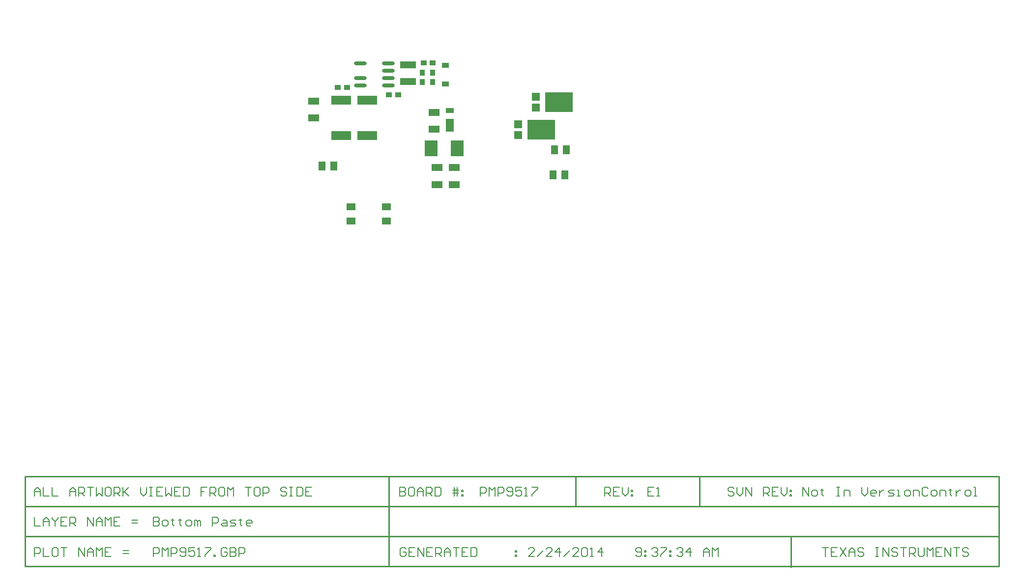
<source format=gbp>
%FSAX25Y25*%
%MOIN*%
G70*
G01*
G75*
G04 Layer_Color=128*
%ADD10R,0.06300X0.05000*%
%ADD11C,0.01969*%
%ADD12C,0.03937*%
%ADD13C,0.00800*%
%ADD14C,0.01000*%
%ADD15C,0.31496*%
%ADD16C,0.05512*%
%ADD17R,0.05512X0.05512*%
%ADD18R,0.05118X0.05118*%
%ADD19C,0.05118*%
%ADD20C,0.11811*%
%ADD21C,0.06000*%
%ADD22C,0.06299*%
%ADD23R,0.06299X0.06299*%
%ADD24C,0.05906*%
%ADD25R,0.05118X0.05118*%
%ADD26C,0.05315*%
%ADD27C,0.07874*%
%ADD28C,0.08700*%
%ADD29C,0.03937*%
%ADD30R,0.05000X0.06300*%
%ADD31R,0.05512X0.05472*%
%ADD32R,0.19134X0.13228*%
%ADD33R,0.07284X0.05118*%
%ADD34R,0.03740X0.03937*%
%ADD35R,0.03937X0.03740*%
%ADD36R,0.13780X0.05906*%
%ADD37R,0.05512X0.03543*%
%ADD38R,0.05512X0.08661*%
%ADD39R,0.10630X0.05118*%
%ADD40R,0.05984X0.04724*%
%ADD41R,0.08500X0.10799*%
%ADD42R,0.04803X0.03602*%
%ADD43O,0.08661X0.02362*%
%ADD44C,0.03150*%
%ADD45C,0.00700*%
%ADD46C,0.00787*%
%ADD47C,0.00500*%
%ADD48C,0.00799*%
%ADD49C,0.01400*%
%ADD50C,0.00984*%
%ADD51C,0.00591*%
%ADD52R,0.06900X0.05600*%
%ADD53C,0.32096*%
%ADD54C,0.00600*%
%ADD55C,0.06112*%
%ADD56R,0.06112X0.06112*%
%ADD57R,0.05718X0.05718*%
%ADD58C,0.05718*%
%ADD59C,0.12411*%
%ADD60C,0.06600*%
%ADD61C,0.06899*%
%ADD62R,0.06899X0.06899*%
%ADD63C,0.06506*%
%ADD64R,0.05718X0.05718*%
%ADD65C,0.05915*%
%ADD66C,0.08268*%
%ADD67C,0.00394*%
%ADD68C,0.09300*%
%ADD69R,0.05600X0.06900*%
%ADD70R,0.06112X0.06072*%
%ADD71R,0.19734X0.13828*%
%ADD72R,0.07883X0.05718*%
%ADD73R,0.04340X0.04537*%
%ADD74R,0.04537X0.04340*%
%ADD75C,0.07874*%
%ADD76R,0.14379X0.06506*%
%ADD77R,0.06112X0.04143*%
%ADD78R,0.06112X0.09261*%
%ADD79R,0.11230X0.05718*%
%ADD80R,0.06584X0.05324*%
%ADD81R,0.09100X0.11399*%
%ADD82R,0.05403X0.04202*%
%ADD83O,0.09261X0.02962*%
%ADD84C,0.00000*%
G54D13*
X0126900Y0073549D02*
Y0067551D01*
X0129899D01*
X0130899Y0068550D01*
Y0069550D01*
X0129899Y0070550D01*
X0126900D01*
X0129899D01*
X0130899Y0071549D01*
Y0072549D01*
X0129899Y0073549D01*
X0126900D01*
X0133898Y0067551D02*
X0135897D01*
X0136897Y0068550D01*
Y0070550D01*
X0135897Y0071549D01*
X0133898D01*
X0132898Y0070550D01*
Y0068550D01*
X0133898Y0067551D01*
X0139896Y0072549D02*
Y0071549D01*
X0138896D01*
X0140895D01*
X0139896D01*
Y0068550D01*
X0140895Y0067551D01*
X0144894Y0072549D02*
Y0071549D01*
X0143895D01*
X0145894D01*
X0144894D01*
Y0068550D01*
X0145894Y0067551D01*
X0149893D02*
X0151892D01*
X0152892Y0068550D01*
Y0070550D01*
X0151892Y0071549D01*
X0149893D01*
X0148893Y0070550D01*
Y0068550D01*
X0149893Y0067551D01*
X0154891D02*
Y0071549D01*
X0155891D01*
X0156890Y0070550D01*
Y0067551D01*
Y0070550D01*
X0157890Y0071549D01*
X0158890Y0070550D01*
Y0067551D01*
X0166887D02*
Y0073549D01*
X0169886D01*
X0170886Y0072549D01*
Y0070550D01*
X0169886Y0069550D01*
X0166887D01*
X0173885Y0071549D02*
X0175884D01*
X0176884Y0070550D01*
Y0067551D01*
X0173885D01*
X0172885Y0068550D01*
X0173885Y0069550D01*
X0176884D01*
X0178883Y0067551D02*
X0181882D01*
X0182882Y0068550D01*
X0181882Y0069550D01*
X0179883D01*
X0178883Y0070550D01*
X0179883Y0071549D01*
X0182882D01*
X0185881Y0072549D02*
Y0071549D01*
X0184881D01*
X0186881D01*
X0185881D01*
Y0068550D01*
X0186881Y0067551D01*
X0192879D02*
X0190879D01*
X0189880Y0068550D01*
Y0070550D01*
X0190879Y0071549D01*
X0192879D01*
X0193878Y0070550D01*
Y0069550D01*
X0189880D01*
X0567400Y0087833D02*
Y0093831D01*
X0571399Y0087833D01*
Y0093831D01*
X0574398Y0087833D02*
X0576397D01*
X0577397Y0088833D01*
Y0090832D01*
X0576397Y0091832D01*
X0574398D01*
X0573398Y0090832D01*
Y0088833D01*
X0574398Y0087833D01*
X0580396Y0092832D02*
Y0091832D01*
X0579396D01*
X0581395D01*
X0580396D01*
Y0088833D01*
X0581395Y0087833D01*
X0590393Y0093831D02*
X0592392D01*
X0591392D01*
Y0087833D01*
X0590393D01*
X0592392D01*
X0595391D02*
Y0091832D01*
X0598390D01*
X0599390Y0090832D01*
Y0087833D01*
X0607387Y0093831D02*
Y0089833D01*
X0609386Y0087833D01*
X0611386Y0089833D01*
Y0093831D01*
X0616384Y0087833D02*
X0614385D01*
X0613385Y0088833D01*
Y0090832D01*
X0614385Y0091832D01*
X0616384D01*
X0617384Y0090832D01*
Y0089833D01*
X0613385D01*
X0619383Y0091832D02*
Y0087833D01*
Y0089833D01*
X0620383Y0090832D01*
X0621383Y0091832D01*
X0622382D01*
X0625381Y0087833D02*
X0628380D01*
X0629380Y0088833D01*
X0628380Y0089833D01*
X0626381D01*
X0625381Y0090832D01*
X0626381Y0091832D01*
X0629380D01*
X0631379Y0087833D02*
X0633379D01*
X0632379D01*
Y0091832D01*
X0631379D01*
X0637377Y0087833D02*
X0639377D01*
X0640376Y0088833D01*
Y0090832D01*
X0639377Y0091832D01*
X0637377D01*
X0636378Y0090832D01*
Y0088833D01*
X0637377Y0087833D01*
X0642376D02*
Y0091832D01*
X0645375D01*
X0646374Y0090832D01*
Y0087833D01*
X0652373Y0092832D02*
X0651373Y0093831D01*
X0649373D01*
X0648374Y0092832D01*
Y0088833D01*
X0649373Y0087833D01*
X0651373D01*
X0652373Y0088833D01*
X0655372Y0087833D02*
X0657371D01*
X0658371Y0088833D01*
Y0090832D01*
X0657371Y0091832D01*
X0655372D01*
X0654372Y0090832D01*
Y0088833D01*
X0655372Y0087833D01*
X0660370D02*
Y0091832D01*
X0663369D01*
X0664369Y0090832D01*
Y0087833D01*
X0667368Y0092832D02*
Y0091832D01*
X0666368D01*
X0668367D01*
X0667368D01*
Y0088833D01*
X0668367Y0087833D01*
X0671366Y0091832D02*
Y0087833D01*
Y0089833D01*
X0672366Y0090832D01*
X0673366Y0091832D01*
X0674365D01*
X0678364Y0087833D02*
X0680364D01*
X0681363Y0088833D01*
Y0090832D01*
X0680364Y0091832D01*
X0678364D01*
X0677364Y0090832D01*
Y0088833D01*
X0678364Y0087833D01*
X0683362D02*
X0685362D01*
X0684362D01*
Y0093831D01*
X0683362D01*
X0520799Y0092832D02*
X0519799Y0093831D01*
X0517800D01*
X0516800Y0092832D01*
Y0091832D01*
X0517800Y0090832D01*
X0519799D01*
X0520799Y0089833D01*
Y0088833D01*
X0519799Y0087833D01*
X0517800D01*
X0516800Y0088833D01*
X0522798Y0093831D02*
Y0089833D01*
X0524797Y0087833D01*
X0526797Y0089833D01*
Y0093831D01*
X0528796Y0087833D02*
Y0093831D01*
X0532795Y0087833D01*
Y0093831D01*
X0540792Y0087833D02*
Y0093831D01*
X0543791D01*
X0544791Y0092832D01*
Y0090832D01*
X0543791Y0089833D01*
X0540792D01*
X0542792D02*
X0544791Y0087833D01*
X0550789Y0093831D02*
X0546790D01*
Y0087833D01*
X0550789D01*
X0546790Y0090832D02*
X0548790D01*
X0552788Y0093831D02*
Y0089833D01*
X0554788Y0087833D01*
X0556787Y0089833D01*
Y0093831D01*
X0558786Y0091832D02*
X0559786D01*
Y0090832D01*
X0558786D01*
Y0091832D01*
Y0088833D02*
X0559786D01*
Y0087833D01*
X0558786D01*
Y0088833D01*
X0433000Y0087833D02*
Y0093831D01*
X0435999D01*
X0436999Y0092832D01*
Y0090832D01*
X0435999Y0089833D01*
X0433000D01*
X0434999D02*
X0436999Y0087833D01*
X0442997Y0093831D02*
X0438998D01*
Y0087833D01*
X0442997D01*
X0438998Y0090832D02*
X0440997D01*
X0444996Y0093831D02*
Y0089833D01*
X0446995Y0087833D01*
X0448995Y0089833D01*
Y0093831D01*
X0450994Y0091832D02*
X0451994D01*
Y0090832D01*
X0450994D01*
Y0091832D01*
Y0088833D02*
X0451994D01*
Y0087833D01*
X0450994D01*
Y0088833D01*
X0126900Y0046966D02*
Y0052965D01*
X0129899D01*
X0130899Y0051965D01*
Y0049966D01*
X0129899Y0048966D01*
X0126900D01*
X0132898Y0046966D02*
Y0052965D01*
X0134897Y0050965D01*
X0136897Y0052965D01*
Y0046966D01*
X0138896D02*
Y0052965D01*
X0141895D01*
X0142895Y0051965D01*
Y0049966D01*
X0141895Y0048966D01*
X0138896D01*
X0144894Y0047966D02*
X0145894Y0046966D01*
X0147893D01*
X0148893Y0047966D01*
Y0051965D01*
X0147893Y0052965D01*
X0145894D01*
X0144894Y0051965D01*
Y0050965D01*
X0145894Y0049966D01*
X0148893D01*
X0154891Y0052965D02*
X0150892D01*
Y0049966D01*
X0152892Y0050965D01*
X0153891D01*
X0154891Y0049966D01*
Y0047966D01*
X0153891Y0046966D01*
X0151892D01*
X0150892Y0047966D01*
X0156890Y0046966D02*
X0158890D01*
X0157890D01*
Y0052965D01*
X0156890Y0051965D01*
X0161889Y0052965D02*
X0165887D01*
Y0051965D01*
X0161889Y0047966D01*
Y0046966D01*
X0167887D02*
Y0047966D01*
X0168886D01*
Y0046966D01*
X0167887D01*
X0176884Y0051965D02*
X0175884Y0052965D01*
X0173885D01*
X0172885Y0051965D01*
Y0047966D01*
X0173885Y0046966D01*
X0175884D01*
X0176884Y0047966D01*
Y0049966D01*
X0174884D01*
X0178883Y0052965D02*
Y0046966D01*
X0181882D01*
X0182882Y0047966D01*
Y0048966D01*
X0181882Y0049966D01*
X0178883D01*
X0181882D01*
X0182882Y0050965D01*
Y0051965D01*
X0181882Y0052965D01*
X0178883D01*
X0184881Y0046966D02*
Y0052965D01*
X0187880D01*
X0188880Y0051965D01*
Y0049966D01*
X0187880Y0048966D01*
X0184881D01*
X0385149Y0046966D02*
X0381150D01*
X0385149Y0050965D01*
Y0051965D01*
X0384149Y0052965D01*
X0382150D01*
X0381150Y0051965D01*
X0387148Y0046966D02*
X0391147Y0050965D01*
X0397145Y0046966D02*
X0393146D01*
X0397145Y0050965D01*
Y0051965D01*
X0396145Y0052965D01*
X0394146D01*
X0393146Y0051965D01*
X0402143Y0046966D02*
Y0052965D01*
X0399144Y0049966D01*
X0403143D01*
X0405142Y0046966D02*
X0409141Y0050965D01*
X0415139Y0046966D02*
X0411140D01*
X0415139Y0050965D01*
Y0051965D01*
X0414139Y0052965D01*
X0412140D01*
X0411140Y0051965D01*
X0417138D02*
X0418138Y0052965D01*
X0420137D01*
X0421137Y0051965D01*
Y0047966D01*
X0420137Y0046966D01*
X0418138D01*
X0417138Y0047966D01*
Y0051965D01*
X0423136Y0046966D02*
X0425136D01*
X0424136D01*
Y0052965D01*
X0423136Y0051965D01*
X0431134Y0046966D02*
Y0052965D01*
X0428135Y0049966D01*
X0432133D01*
X0298199Y0051965D02*
X0297199Y0052965D01*
X0295200D01*
X0294200Y0051965D01*
Y0047966D01*
X0295200Y0046966D01*
X0297199D01*
X0298199Y0047966D01*
Y0049966D01*
X0296199D01*
X0304197Y0052965D02*
X0300198D01*
Y0046966D01*
X0304197D01*
X0300198Y0049966D02*
X0302197D01*
X0306196Y0046966D02*
Y0052965D01*
X0310195Y0046966D01*
Y0052965D01*
X0316193D02*
X0312194D01*
Y0046966D01*
X0316193D01*
X0312194Y0049966D02*
X0314194D01*
X0318192Y0046966D02*
Y0052965D01*
X0321191D01*
X0322191Y0051965D01*
Y0049966D01*
X0321191Y0048966D01*
X0318192D01*
X0320192D02*
X0322191Y0046966D01*
X0324190D02*
Y0050965D01*
X0326190Y0052965D01*
X0328189Y0050965D01*
Y0046966D01*
Y0049966D01*
X0324190D01*
X0330188Y0052965D02*
X0334187D01*
X0332188D01*
Y0046966D01*
X0340185Y0052965D02*
X0336186D01*
Y0046966D01*
X0340185D01*
X0336186Y0049966D02*
X0338186D01*
X0342184Y0052965D02*
Y0046966D01*
X0345183D01*
X0346183Y0047966D01*
Y0051965D01*
X0345183Y0052965D01*
X0342184D01*
X0372175Y0050965D02*
X0373175D01*
Y0049966D01*
X0372175D01*
Y0050965D01*
Y0047966D02*
X0373175D01*
Y0046966D01*
X0372175D01*
Y0047966D01*
X0046350Y0087833D02*
Y0091832D01*
X0048349Y0093831D01*
X0050349Y0091832D01*
Y0087833D01*
Y0090832D01*
X0046350D01*
X0052348Y0093831D02*
Y0087833D01*
X0056347D01*
X0058346Y0093831D02*
Y0087833D01*
X0062345D01*
X0070342D02*
Y0091832D01*
X0072342Y0093831D01*
X0074341Y0091832D01*
Y0087833D01*
Y0090832D01*
X0070342D01*
X0076340Y0087833D02*
Y0093831D01*
X0079339D01*
X0080339Y0092832D01*
Y0090832D01*
X0079339Y0089833D01*
X0076340D01*
X0078340D02*
X0080339Y0087833D01*
X0082338Y0093831D02*
X0086337D01*
X0084338D01*
Y0087833D01*
X0088336Y0093831D02*
Y0087833D01*
X0090336Y0089833D01*
X0092335Y0087833D01*
Y0093831D01*
X0097334D02*
X0095334D01*
X0094335Y0092832D01*
Y0088833D01*
X0095334Y0087833D01*
X0097334D01*
X0098333Y0088833D01*
Y0092832D01*
X0097334Y0093831D01*
X0100332Y0087833D02*
Y0093831D01*
X0103332D01*
X0104331Y0092832D01*
Y0090832D01*
X0103332Y0089833D01*
X0100332D01*
X0102332D02*
X0104331Y0087833D01*
X0106331Y0093831D02*
Y0087833D01*
Y0089833D01*
X0110329Y0093831D01*
X0107330Y0090832D01*
X0110329Y0087833D01*
X0118327Y0093831D02*
Y0089833D01*
X0120326Y0087833D01*
X0122325Y0089833D01*
Y0093831D01*
X0124325D02*
X0126324D01*
X0125324D01*
Y0087833D01*
X0124325D01*
X0126324D01*
X0133322Y0093831D02*
X0129323D01*
Y0087833D01*
X0133322D01*
X0129323Y0090832D02*
X0131323D01*
X0135321Y0093831D02*
Y0087833D01*
X0137321Y0089833D01*
X0139320Y0087833D01*
Y0093831D01*
X0145318D02*
X0141319D01*
Y0087833D01*
X0145318D01*
X0141319Y0090832D02*
X0143319D01*
X0147317Y0093831D02*
Y0087833D01*
X0150316D01*
X0151316Y0088833D01*
Y0092832D01*
X0150316Y0093831D01*
X0147317D01*
X0163312D02*
X0159313D01*
Y0090832D01*
X0161313D01*
X0159313D01*
Y0087833D01*
X0165312D02*
Y0093831D01*
X0168310D01*
X0169310Y0092832D01*
Y0090832D01*
X0168310Y0089833D01*
X0165312D01*
X0167311D02*
X0169310Y0087833D01*
X0174309Y0093831D02*
X0172309D01*
X0171310Y0092832D01*
Y0088833D01*
X0172309Y0087833D01*
X0174309D01*
X0175308Y0088833D01*
Y0092832D01*
X0174309Y0093831D01*
X0177308Y0087833D02*
Y0093831D01*
X0179307Y0091832D01*
X0181306Y0093831D01*
Y0087833D01*
X0189304Y0093831D02*
X0193303D01*
X0191303D01*
Y0087833D01*
X0198301Y0093831D02*
X0196301D01*
X0195302Y0092832D01*
Y0088833D01*
X0196301Y0087833D01*
X0198301D01*
X0199301Y0088833D01*
Y0092832D01*
X0198301Y0093831D01*
X0201300Y0087833D02*
Y0093831D01*
X0204299D01*
X0205299Y0092832D01*
Y0090832D01*
X0204299Y0089833D01*
X0201300D01*
X0217295Y0092832D02*
X0216295Y0093831D01*
X0214296D01*
X0213296Y0092832D01*
Y0091832D01*
X0214296Y0090832D01*
X0216295D01*
X0217295Y0089833D01*
Y0088833D01*
X0216295Y0087833D01*
X0214296D01*
X0213296Y0088833D01*
X0219294Y0093831D02*
X0221293D01*
X0220294D01*
Y0087833D01*
X0219294D01*
X0221293D01*
X0224292Y0093831D02*
Y0087833D01*
X0227291D01*
X0228291Y0088833D01*
Y0092832D01*
X0227291Y0093831D01*
X0224292D01*
X0234289D02*
X0230291D01*
Y0087833D01*
X0234289D01*
X0230291Y0090832D02*
X0232290D01*
X0466149Y0093831D02*
X0462150D01*
Y0087833D01*
X0466149D01*
X0462150Y0090832D02*
X0464149D01*
X0468148Y0087833D02*
X0470147D01*
X0469148D01*
Y0093831D01*
X0468148Y0092832D01*
X0348550Y0087833D02*
Y0093831D01*
X0351549D01*
X0352549Y0092832D01*
Y0090832D01*
X0351549Y0089833D01*
X0348550D01*
X0354548Y0087833D02*
Y0093831D01*
X0356547Y0091832D01*
X0358547Y0093831D01*
Y0087833D01*
X0360546D02*
Y0093831D01*
X0363545D01*
X0364545Y0092832D01*
Y0090832D01*
X0363545Y0089833D01*
X0360546D01*
X0366544Y0088833D02*
X0367544Y0087833D01*
X0369543D01*
X0370543Y0088833D01*
Y0092832D01*
X0369543Y0093831D01*
X0367544D01*
X0366544Y0092832D01*
Y0091832D01*
X0367544Y0090832D01*
X0370543D01*
X0376541Y0093831D02*
X0372542D01*
Y0090832D01*
X0374542Y0091832D01*
X0375541D01*
X0376541Y0090832D01*
Y0088833D01*
X0375541Y0087833D01*
X0373542D01*
X0372542Y0088833D01*
X0378540Y0087833D02*
X0380540D01*
X0379540D01*
Y0093831D01*
X0378540Y0092832D01*
X0383539Y0093831D02*
X0387537D01*
Y0092832D01*
X0383539Y0088833D01*
Y0087833D01*
X0294000Y0093831D02*
Y0087833D01*
X0296999D01*
X0297999Y0088833D01*
Y0089833D01*
X0296999Y0090832D01*
X0294000D01*
X0296999D01*
X0297999Y0091832D01*
Y0092832D01*
X0296999Y0093831D01*
X0294000D01*
X0302997D02*
X0300998D01*
X0299998Y0092832D01*
Y0088833D01*
X0300998Y0087833D01*
X0302997D01*
X0303997Y0088833D01*
Y0092832D01*
X0302997Y0093831D01*
X0305996Y0087833D02*
Y0091832D01*
X0307996Y0093831D01*
X0309995Y0091832D01*
Y0087833D01*
Y0090832D01*
X0305996D01*
X0311994Y0087833D02*
Y0093831D01*
X0314993D01*
X0315993Y0092832D01*
Y0090832D01*
X0314993Y0089833D01*
X0311994D01*
X0313994D02*
X0315993Y0087833D01*
X0317992Y0093831D02*
Y0087833D01*
X0320991D01*
X0321991Y0088833D01*
Y0092832D01*
X0320991Y0093831D01*
X0317992D01*
X0330988Y0087833D02*
Y0093831D01*
X0332987D02*
Y0087833D01*
X0329988Y0091832D02*
X0332987D01*
X0333987D01*
X0329988Y0089833D02*
X0333987D01*
X0335986Y0091832D02*
X0336986D01*
Y0090832D01*
X0335986D01*
Y0091832D01*
Y0088833D02*
X0336986D01*
Y0087833D01*
X0335986D01*
Y0088833D01*
X0046350Y0073549D02*
Y0067551D01*
X0050349D01*
X0052348D02*
Y0071549D01*
X0054347Y0073549D01*
X0056347Y0071549D01*
Y0067551D01*
Y0070550D01*
X0052348D01*
X0058346Y0073549D02*
Y0072549D01*
X0060346Y0070550D01*
X0062345Y0072549D01*
Y0073549D01*
X0060346Y0070550D02*
Y0067551D01*
X0068343Y0073549D02*
X0064344D01*
Y0067551D01*
X0068343D01*
X0064344Y0070550D02*
X0066343D01*
X0070342Y0067551D02*
Y0073549D01*
X0073341D01*
X0074341Y0072549D01*
Y0070550D01*
X0073341Y0069550D01*
X0070342D01*
X0072342D02*
X0074341Y0067551D01*
X0082338D02*
Y0073549D01*
X0086337Y0067551D01*
Y0073549D01*
X0088336Y0067551D02*
Y0071549D01*
X0090336Y0073549D01*
X0092335Y0071549D01*
Y0067551D01*
Y0070550D01*
X0088336D01*
X0094335Y0067551D02*
Y0073549D01*
X0096334Y0071549D01*
X0098333Y0073549D01*
Y0067551D01*
X0104331Y0073549D02*
X0100332D01*
Y0067551D01*
X0104331D01*
X0100332Y0070550D02*
X0102332D01*
X0112329Y0069550D02*
X0116327D01*
X0112329Y0071549D02*
X0116327D01*
X0046350Y0046966D02*
Y0052965D01*
X0049349D01*
X0050349Y0051965D01*
Y0049966D01*
X0049349Y0048966D01*
X0046350D01*
X0052348Y0052965D02*
Y0046966D01*
X0056347D01*
X0061345Y0052965D02*
X0059346D01*
X0058346Y0051965D01*
Y0047966D01*
X0059346Y0046966D01*
X0061345D01*
X0062345Y0047966D01*
Y0051965D01*
X0061345Y0052965D01*
X0064344D02*
X0068343D01*
X0066343D01*
Y0046966D01*
X0076340D02*
Y0052965D01*
X0080339Y0046966D01*
Y0052965D01*
X0082338Y0046966D02*
Y0050965D01*
X0084338Y0052965D01*
X0086337Y0050965D01*
Y0046966D01*
Y0049966D01*
X0082338D01*
X0088336Y0046966D02*
Y0052965D01*
X0090336Y0050965D01*
X0092335Y0052965D01*
Y0046966D01*
X0098333Y0052965D02*
X0094335D01*
Y0046966D01*
X0098333D01*
X0094335Y0049966D02*
X0096334D01*
X0106331Y0048966D02*
X0110329D01*
X0106331Y0050965D02*
X0110329D01*
X0454050Y0047966D02*
X0455050Y0046966D01*
X0457049D01*
X0458049Y0047966D01*
Y0051965D01*
X0457049Y0052965D01*
X0455050D01*
X0454050Y0051965D01*
Y0050965D01*
X0455050Y0049966D01*
X0458049D01*
X0460048Y0050965D02*
X0461048D01*
Y0049966D01*
X0460048D01*
Y0050965D01*
Y0047966D02*
X0461048D01*
Y0046966D01*
X0460048D01*
Y0047966D01*
X0465046Y0051965D02*
X0466046Y0052965D01*
X0468046D01*
X0469045Y0051965D01*
Y0050965D01*
X0468046Y0049966D01*
X0467046D01*
X0468046D01*
X0469045Y0048966D01*
Y0047966D01*
X0468046Y0046966D01*
X0466046D01*
X0465046Y0047966D01*
X0471044Y0052965D02*
X0475043D01*
Y0051965D01*
X0471044Y0047966D01*
Y0046966D01*
X0477043Y0050965D02*
X0478042D01*
Y0049966D01*
X0477043D01*
Y0050965D01*
Y0047966D02*
X0478042D01*
Y0046966D01*
X0477043D01*
Y0047966D01*
X0482041Y0051965D02*
X0483041Y0052965D01*
X0485040D01*
X0486040Y0051965D01*
Y0050965D01*
X0485040Y0049966D01*
X0484040D01*
X0485040D01*
X0486040Y0048966D01*
Y0047966D01*
X0485040Y0046966D01*
X0483041D01*
X0482041Y0047966D01*
X0491038Y0046966D02*
Y0052965D01*
X0488039Y0049966D01*
X0492038D01*
X0500035Y0046966D02*
Y0050965D01*
X0502035Y0052965D01*
X0504034Y0050965D01*
Y0046966D01*
Y0049966D01*
X0500035D01*
X0506033Y0046966D02*
Y0052965D01*
X0508033Y0050965D01*
X0510032Y0052965D01*
Y0046966D01*
X0580500Y0052965D02*
X0584499D01*
X0582499D01*
Y0046966D01*
X0590497Y0052965D02*
X0586498D01*
Y0046966D01*
X0590497D01*
X0586498Y0049966D02*
X0588497D01*
X0592496Y0052965D02*
X0596495Y0046966D01*
Y0052965D02*
X0592496Y0046966D01*
X0598494D02*
Y0050965D01*
X0600493Y0052965D01*
X0602493Y0050965D01*
Y0046966D01*
Y0049966D01*
X0598494D01*
X0608491Y0051965D02*
X0607491Y0052965D01*
X0605492D01*
X0604492Y0051965D01*
Y0050965D01*
X0605492Y0049966D01*
X0607491D01*
X0608491Y0048966D01*
Y0047966D01*
X0607491Y0046966D01*
X0605492D01*
X0604492Y0047966D01*
X0616488Y0052965D02*
X0618488D01*
X0617488D01*
Y0046966D01*
X0616488D01*
X0618488D01*
X0621487D02*
Y0052965D01*
X0625486Y0046966D01*
Y0052965D01*
X0631484Y0051965D02*
X0630484Y0052965D01*
X0628484D01*
X0627485Y0051965D01*
Y0050965D01*
X0628484Y0049966D01*
X0630484D01*
X0631484Y0048966D01*
Y0047966D01*
X0630484Y0046966D01*
X0628484D01*
X0627485Y0047966D01*
X0633483Y0052965D02*
X0637482D01*
X0635482D01*
Y0046966D01*
X0639481D02*
Y0052965D01*
X0642480D01*
X0643480Y0051965D01*
Y0049966D01*
X0642480Y0048966D01*
X0639481D01*
X0641480D02*
X0643480Y0046966D01*
X0645479Y0052965D02*
Y0047966D01*
X0646479Y0046966D01*
X0648478D01*
X0649478Y0047966D01*
Y0052965D01*
X0651477Y0046966D02*
Y0052965D01*
X0653476Y0050965D01*
X0655476Y0052965D01*
Y0046966D01*
X0661474Y0052965D02*
X0657475D01*
Y0046966D01*
X0661474D01*
X0657475Y0049966D02*
X0659474D01*
X0663473Y0046966D02*
Y0052965D01*
X0667472Y0046966D01*
Y0052965D01*
X0669471D02*
X0673470D01*
X0671471D01*
Y0046966D01*
X0679468Y0051965D02*
X0678468Y0052965D01*
X0676469D01*
X0675469Y0051965D01*
Y0050965D01*
X0676469Y0049966D01*
X0678468D01*
X0679468Y0048966D01*
Y0047966D01*
X0678468Y0046966D01*
X0676469D01*
X0675469Y0047966D01*
G54D14*
X0497200Y0080717D02*
Y0101050D01*
X0413200Y0080717D02*
Y0101050D01*
X0040000Y0080717D02*
X0700200D01*
X0040000Y0060383D02*
X0700000D01*
X0040000Y0040050D02*
X0440500D01*
X0040050Y0101050D02*
X0700200D01*
X0040050Y0040050D02*
Y0101050D01*
Y0040050D02*
X0197600D01*
X0040000D02*
Y0101050D01*
X0286500Y0040050D02*
Y0101050D01*
X0700200Y0040050D02*
Y0101050D01*
X0440500Y0040050D02*
X0700200D01*
X0559400Y0039400D02*
Y0059683D01*
G54D30*
X0397877Y0305959D02*
D03*
X0405877D02*
D03*
X0249381Y0311865D02*
D03*
X0241381D02*
D03*
X0406861Y0322691D02*
D03*
X0398861D02*
D03*
G54D31*
X0386165Y0351550D02*
D03*
Y0358794D02*
D03*
X0374354Y0340093D02*
D03*
Y0332849D02*
D03*
G54D32*
X0401842Y0355172D02*
D03*
X0390031Y0336471D02*
D03*
G54D33*
X0235539Y0355959D02*
D03*
Y0344542D02*
D03*
X0331011Y0310683D02*
D03*
Y0299266D02*
D03*
X0319200D02*
D03*
Y0310683D02*
D03*
X0317231Y0348085D02*
D03*
Y0336668D02*
D03*
G54D34*
X0316247Y0375054D02*
D03*
Y0368754D02*
D03*
X0309358Y0375054D02*
D03*
Y0368754D02*
D03*
G54D35*
X0316444Y0381747D02*
D03*
X0310145D02*
D03*
X0286523Y0360093D02*
D03*
X0292822D02*
D03*
X0252074Y0365014D02*
D03*
X0258373D02*
D03*
G54D36*
X0254239Y0356353D02*
D03*
Y0332337D02*
D03*
X0271956Y0356353D02*
D03*
Y0332337D02*
D03*
G54D37*
X0328058Y0349365D02*
D03*
G54D38*
Y0339325D02*
D03*
G54D39*
X0299515Y0369148D02*
D03*
Y0380565D02*
D03*
G54D40*
X0285047Y0284306D02*
D03*
Y0274463D02*
D03*
X0260834D02*
D03*
Y0284306D02*
D03*
G54D41*
X0315421Y0323676D02*
D03*
X0332822D02*
D03*
G54D42*
X0325106Y0380319D02*
D03*
Y0367426D02*
D03*
G54D43*
X0286326Y0381372D02*
D03*
Y0376372D02*
D03*
Y0371372D02*
D03*
Y0366372D02*
D03*
X0267428Y0381372D02*
D03*
Y0371372D02*
D03*
Y0366372D02*
D03*
G54D84*
X0228649Y0238046D02*
D03*
X0431405Y0415211D02*
D03*
Y0238046D02*
D03*
M02*

</source>
